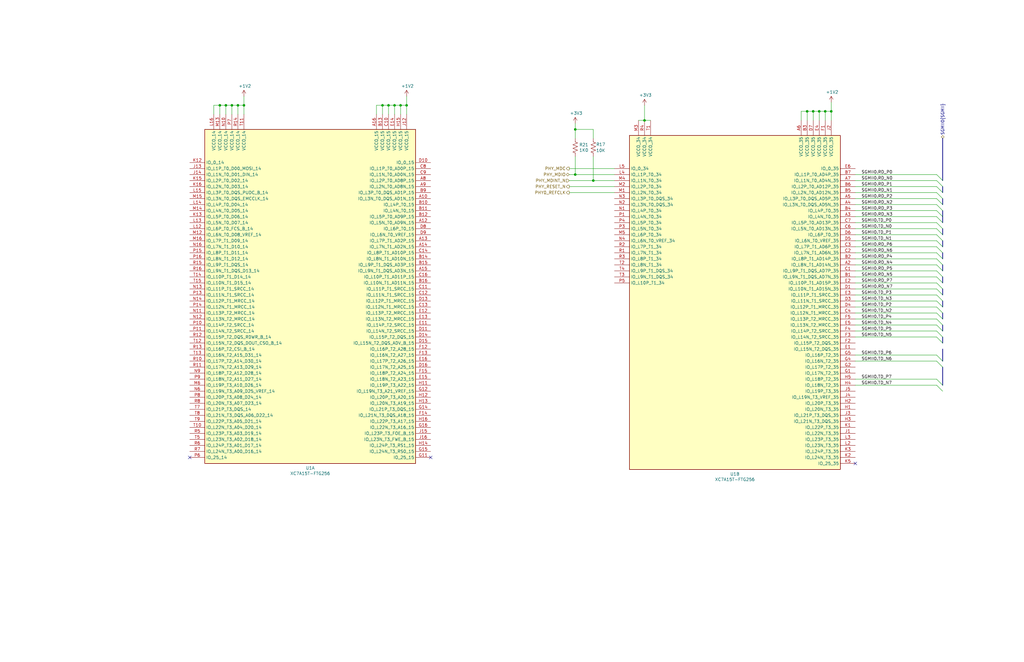
<source format=kicad_sch>
(kicad_sch (version 20200506) (host eeschema "5.99.0-unknown-26803f5~101~ubuntu20.04.1")
  (page "B")
  (lib_symbols
    (symbol "Device:R_US" (pin_numbers hide) (pin_names (offset 0))
      (property "Reference" "R" (at 2.54 0 90))
      (property "Value" "R_US" (at -2.54 0 90))
      (symbol "R_US_0_1"
        (polyline (pts (xy 0 -2.286) (xy 0 -2.54)))
        (polyline (pts (xy 0 2.286) (xy 0 2.54)))
        (polyline (pts (xy 0 -0.762) (xy 1.016 -1.143) (xy 0 -1.524) (xy -1.016 -1.905) (xy 0 -2.286)))
        (polyline (pts (xy 0 0.762) (xy 1.016 0.381) (xy 0 0) (xy -1.016 -0.381) (xy 0 -0.762)))
        (polyline (pts (xy 0 2.286) (xy 1.016 1.905) (xy 0 1.524) (xy -1.016 1.143) (xy 0 0.762)))
      )
      (symbol "R_US_1_1"
        (pin passive line (at 0 3.81 270) (length 1.27) (name "~") (number "1"))
        (pin passive line (at 0 -3.81 90) (length 1.27) (name "~") (number "2"))
      )
    )
    (symbol "FPGA_Xilinx_Artix7:XC7A15T-FTG256"
      (property "Reference" "U" (at 0 1.27 0))
      (property "Value" "XC7A15T-FTG256" (at 0 -1.27 0))
      (symbol "XC7A15T-FTG256_1_1"
        (rectangle (start -44.45 67.31) (end 44.45 -73.66) (stroke (width 0.254)) (fill (type background)))
        (pin power_in line (at -40.64 73.66 270) (length 6.35) (name "VCCO_14") (number "L16"))
        (pin power_in line (at -38.1 73.66 270) (length 6.35) (name "VCCO_14") (number "M13"))
        (pin power_in line (at -35.56 73.66 270) (length 6.35) (name "VCCO_14") (number "N10"))
        (pin power_in line (at -33.02 73.66 270) (length 6.35) (name "VCCO_14") (number "P7"))
        (pin power_in line (at -30.48 73.66 270) (length 6.35) (name "VCCO_14") (number "R14"))
        (pin power_in line (at -27.94 73.66 270) (length 6.35) (name "VCCO_14") (number "T11"))
        (pin bidirectional line (at -50.8 53.34 0) (length 6.35) (name "IO_0_14") (number "K12"))
        (pin bidirectional line (at -50.8 50.8 0) (length 6.35) (name "IO_L1P_T0_D00_MOSI_14") (number "J13"))
        (pin bidirectional line (at -50.8 48.26 0) (length 6.35) (name "IO_L1N_T0_D01_DIN_14") (number "J14"))
        (pin bidirectional line (at -50.8 45.72 0) (length 6.35) (name "IO_L2P_T0_D02_14") (number "K15"))
        (pin bidirectional line (at -50.8 43.18 0) (length 6.35) (name "IO_L2N_T0_D03_14") (number "K16"))
        (pin bidirectional line (at -50.8 40.64 0) (length 6.35) (name "IO_L3P_T0_DQS_PUDC_B_14") (number "L15"))
        (pin bidirectional line (at -50.8 38.1 0) (length 6.35) (name "IO_L3N_T0_DQS_EMCCLK_14") (number "M15"))
        (pin bidirectional line (at -50.8 35.56 0) (length 6.35) (name "IO_L4P_T0_D04_14") (number "L14"))
        (pin bidirectional line (at -50.8 33.02 0) (length 6.35) (name "IO_L4N_T0_D05_14") (number "M14"))
        (pin bidirectional line (at -50.8 30.48 0) (length 6.35) (name "IO_L5P_T0_D06_14") (number "K13"))
        (pin bidirectional line (at -50.8 27.94 0) (length 6.35) (name "IO_L5N_T0_D07_14") (number "L13"))
        (pin bidirectional line (at -50.8 25.4 0) (length 6.35) (name "IO_L6P_T0_FCS_B_14") (number "L12"))
        (pin bidirectional line (at -50.8 22.86 0) (length 6.35) (name "IO_L6N_T0_D08_VREF_14") (number "M12"))
        (pin bidirectional line (at -50.8 20.32 0) (length 6.35) (name "IO_L7P_T1_D09_14") (number "M16"))
        (pin bidirectional line (at -50.8 17.78 0) (length 6.35) (name "IO_L7N_T1_D10_14") (number "N16"))
        (pin bidirectional line (at -50.8 15.24 0) (length 6.35) (name "IO_L8P_T1_D11_14") (number "P15"))
        (pin bidirectional line (at -50.8 12.7 0) (length 6.35) (name "IO_L8N_T1_D12_14") (number "P16"))
        (pin bidirectional line (at -50.8 10.16 0) (length 6.35) (name "IO_L9P_T1_DQS_14") (number "R15"))
        (pin bidirectional line (at -50.8 7.62 0) (length 6.35) (name "IO_L9N_T1_DQS_D13_14") (number "R16"))
        (pin bidirectional line (at -50.8 5.08 0) (length 6.35) (name "IO_L10P_T1_D14_14") (number "T14"))
        (pin bidirectional line (at -50.8 2.54 0) (length 6.35) (name "IO_L10N_T1_D15_14") (number "T15"))
        (pin bidirectional line (at -50.8 0 0) (length 6.35) (name "IO_L11P_T1_SRCC_14") (number "N13"))
        (pin bidirectional line (at -50.8 -2.54 0) (length 6.35) (name "IO_L11N_T1_SRCC_14") (number "P13"))
        (pin bidirectional line (at -50.8 -5.08 0) (length 6.35) (name "IO_L12P_T1_MRCC_14") (number "N14"))
        (pin bidirectional line (at -50.8 -7.62 0) (length 6.35) (name "IO_L12N_T1_MRCC_14") (number "P14"))
        (pin bidirectional line (at -50.8 -10.16 0) (length 6.35) (name "IO_L13P_T2_MRCC_14") (number "N11"))
        (pin bidirectional line (at -50.8 -12.7 0) (length 6.35) (name "IO_L13N_T2_MRCC_14") (number "N12"))
        (pin bidirectional line (at -50.8 -15.24 0) (length 6.35) (name "IO_L14P_T2_SRCC_14") (number "P10"))
        (pin bidirectional line (at -50.8 -17.78 0) (length 6.35) (name "IO_L14N_T2_SRCC_14") (number "P11"))
        (pin bidirectional line (at -50.8 -20.32 0) (length 6.35) (name "IO_L15P_T2_DQS_RDWR_B_14") (number "R12"))
        (pin bidirectional line (at -50.8 -22.86 0) (length 6.35) (name "IO_L15N_T2_DQS_DOUT_CSO_B_14") (number "T12"))
        (pin bidirectional line (at -50.8 -25.4 0) (length 6.35) (name "IO_L16P_T2_CSI_B_14") (number "R13"))
        (pin bidirectional line (at -50.8 -27.94 0) (length 6.35) (name "IO_L16N_T2_A15_D31_14") (number "T13"))
        (pin bidirectional line (at -50.8 -30.48 0) (length 6.35) (name "IO_L17P_T2_A14_D30_14") (number "R10"))
        (pin bidirectional line (at -50.8 -33.02 0) (length 6.35) (name "IO_L17N_T2_A13_D29_14") (number "R11"))
        (pin bidirectional line (at -50.8 -35.56 0) (length 6.35) (name "IO_L18P_T2_A12_D28_14") (number "N9"))
        (pin bidirectional line (at -50.8 -38.1 0) (length 6.35) (name "IO_L18N_T2_A11_D27_14") (number "P9"))
        (pin bidirectional line (at -50.8 -40.64 0) (length 6.35) (name "IO_L19P_T3_A10_D26_14") (number "M6"))
        (pin bidirectional line (at -50.8 -43.18 0) (length 6.35) (name "IO_L19N_T3_A09_D25_VREF_14") (number "N6"))
        (pin bidirectional line (at -50.8 -45.72 0) (length 6.35) (name "IO_L20P_T3_A08_D24_14") (number "P8"))
        (pin bidirectional line (at -50.8 -48.26 0) (length 6.35) (name "IO_L20N_T3_A07_D23_14") (number "R8"))
        (pin bidirectional line (at -50.8 -50.8 0) (length 6.35) (name "IO_L21P_T3_DQS_14") (number "T7"))
        (pin bidirectional line (at -50.8 -53.34 0) (length 6.35) (name "IO_L21N_T3_DQS_A06_D22_14") (number "T8"))
        (pin bidirectional line (at -50.8 -55.88 0) (length 6.35) (name "IO_L22P_T3_A05_D21_14") (number "T9"))
        (pin bidirectional line (at -50.8 -58.42 0) (length 6.35) (name "IO_L22N_T3_A04_D20_14") (number "T10"))
        (pin bidirectional line (at -50.8 -60.96 0) (length 6.35) (name "IO_L23P_T3_A03_D19_14") (number "R5"))
        (pin bidirectional line (at -50.8 -63.5 0) (length 6.35) (name "IO_L23N_T3_A02_D18_14") (number "T5"))
        (pin bidirectional line (at -50.8 -66.04 0) (length 6.35) (name "IO_L24P_T3_A01_D17_14") (number "R6"))
        (pin bidirectional line (at -50.8 -68.58 0) (length 6.35) (name "IO_L24N_T3_A00_D16_14") (number "R7"))
        (pin bidirectional line (at -50.8 -71.12 0) (length 6.35) (name "IO_25_14") (number "P6"))
        (pin power_in line (at 27.94 73.66 270) (length 6.35) (name "VCCO_15") (number "A16"))
        (pin power_in line (at 30.48 73.66 270) (length 6.35) (name "VCCO_15") (number "B13"))
        (pin power_in line (at 33.02 73.66 270) (length 6.35) (name "VCCO_15") (number "C10"))
        (pin power_in line (at 35.56 73.66 270) (length 6.35) (name "VCCO_15") (number "E14"))
        (pin power_in line (at 38.1 73.66 270) (length 6.35) (name "VCCO_15") (number "H15"))
        (pin power_in line (at 40.64 73.66 270) (length 6.35) (name "VCCO_15") (number "J12"))
        (pin bidirectional line (at 50.8 53.34 180) (length 6.35) (name "IO_0_15") (number "D10"))
        (pin bidirectional line (at 50.8 50.8 180) (length 6.35) (name "IO_L1P_T0_AD0P_15") (number "C8"))
        (pin bidirectional line (at 50.8 48.26 180) (length 6.35) (name "IO_L1N_T0_AD0N_15") (number "C9"))
        (pin bidirectional line (at 50.8 45.72 180) (length 6.35) (name "IO_L2P_T0_AD8P_15") (number "A8"))
        (pin bidirectional line (at 50.8 43.18 180) (length 6.35) (name "IO_L2N_T0_AD8N_15") (number "A9"))
        (pin bidirectional line (at 50.8 40.64 180) (length 6.35) (name "IO_L3P_T0_DQS_AD1P_15") (number "B9"))
        (pin bidirectional line (at 50.8 38.1 180) (length 6.35) (name "IO_L3N_T0_DQS_AD1N_15") (number "A10"))
        (pin bidirectional line (at 50.8 35.56 180) (length 6.35) (name "IO_L4P_T0_15") (number "B10"))
        (pin bidirectional line (at 50.8 33.02 180) (length 6.35) (name "IO_L4N_T0_15") (number "B11"))
        (pin bidirectional line (at 50.8 30.48 180) (length 6.35) (name "IO_L5P_T0_AD9P_15") (number "B12"))
        (pin bidirectional line (at 50.8 27.94 180) (length 6.35) (name "IO_L5N_T0_AD9N_15") (number "A12"))
        (pin bidirectional line (at 50.8 25.4 180) (length 6.35) (name "IO_L6P_T0_15") (number "D8"))
        (pin bidirectional line (at 50.8 22.86 180) (length 6.35) (name "IO_L6N_T0_VREF_15") (number "D9"))
        (pin bidirectional line (at 50.8 20.32 180) (length 6.35) (name "IO_L7P_T1_AD2P_15") (number "A13"))
        (pin bidirectional line (at 50.8 17.78 180) (length 6.35) (name "IO_L7N_T1_AD2N_15") (number "A14"))
        (pin bidirectional line (at 50.8 15.24 180) (length 6.35) (name "IO_L8P_T1_AD10P_15") (number "C14"))
        (pin bidirectional line (at 50.8 12.7 180) (length 6.35) (name "IO_L8N_T1_AD10N_15") (number "B14"))
        (pin bidirectional line (at 50.8 10.16 180) (length 6.35) (name "IO_L9P_T1_DQS_AD3P_15") (number "B15"))
        (pin bidirectional line (at 50.8 7.62 180) (length 6.35) (name "IO_L9N_T1_DQS_AD3N_15") (number "A15"))
        (pin bidirectional line (at 50.8 5.08 180) (length 6.35) (name "IO_L10P_T1_AD11P_15") (number "C16"))
        (pin bidirectional line (at 50.8 2.54 180) (length 6.35) (name "IO_L10N_T1_AD11N_15") (number "B16"))
        (pin bidirectional line (at 50.8 0 180) (length 6.35) (name "IO_L11P_T1_SRCC_15") (number "C11"))
        (pin bidirectional line (at 50.8 -2.54 180) (length 6.35) (name "IO_L11N_T1_SRCC_15") (number "C12"))
        (pin bidirectional line (at 50.8 -5.08 180) (length 6.35) (name "IO_L12P_T1_MRCC_15") (number "D13"))
        (pin bidirectional line (at 50.8 -7.62 180) (length 6.35) (name "IO_L12N_T1_MRCC_15") (number "C13"))
        (pin bidirectional line (at 50.8 -10.16 180) (length 6.35) (name "IO_L13P_T2_MRCC_15") (number "E12"))
        (pin bidirectional line (at 50.8 -12.7 180) (length 6.35) (name "IO_L13N_T2_MRCC_15") (number "E13"))
        (pin bidirectional line (at 50.8 -15.24 180) (length 6.35) (name "IO_L14P_T2_SRCC_15") (number "E11"))
        (pin bidirectional line (at 50.8 -17.78 180) (length 6.35) (name "IO_L14N_T2_SRCC_15") (number "D11"))
        (pin bidirectional line (at 50.8 -20.32 180) (length 6.35) (name "IO_L15P_T2_DQS_15") (number "D14"))
        (pin bidirectional line (at 50.8 -22.86 180) (length 6.35) (name "IO_L15N_T2_DQS_ADV_B_15") (number "D15"))
        (pin bidirectional line (at 50.8 -25.4 180) (length 6.35) (name "IO_L16P_T2_A28_15") (number "F12"))
        (pin bidirectional line (at 50.8 -27.94 180) (length 6.35) (name "IO_L16N_T2_A27_15") (number "F13"))
        (pin bidirectional line (at 50.8 -30.48 180) (length 6.35) (name "IO_L17P_T2_A26_15") (number "E16"))
        (pin bidirectional line (at 50.8 -33.02 180) (length 6.35) (name "IO_L17N_T2_A25_15") (number "D16"))
        (pin bidirectional line (at 50.8 -35.56 180) (length 6.35) (name "IO_L18P_T2_A24_15") (number "F15"))
        (pin bidirectional line (at 50.8 -38.1 180) (length 6.35) (name "IO_L18N_T2_A23_15") (number "E15"))
        (pin bidirectional line (at 50.8 -40.64 180) (length 6.35) (name "IO_L19P_T3_A22_15") (number "H11"))
        (pin bidirectional line (at 50.8 -43.18 180) (length 6.35) (name "IO_L19N_T3_A21_VREF_15") (number "G12"))
        (pin bidirectional line (at 50.8 -45.72 180) (length 6.35) (name "IO_L20P_T3_A20_15") (number "H12"))
        (pin bidirectional line (at 50.8 -48.26 180) (length 6.35) (name "IO_L20N_T3_A19_15") (number "H13"))
        (pin bidirectional line (at 50.8 -50.8 180) (length 6.35) (name "IO_L21P_T3_DQS_15") (number "G14"))
        (pin bidirectional line (at 50.8 -53.34 180) (length 6.35) (name "IO_L21N_T3_DQS_A18_15") (number "F14"))
        (pin bidirectional line (at 50.8 -55.88 180) (length 6.35) (name "IO_L22P_T3_A17_15") (number "H16"))
        (pin bidirectional line (at 50.8 -58.42 180) (length 6.35) (name "IO_L22N_T3_A16_15") (number "G16"))
        (pin bidirectional line (at 50.8 -60.96 180) (length 6.35) (name "IO_L23P_T3_FOE_B_15") (number "J15"))
        (pin bidirectional line (at 50.8 -63.5 180) (length 6.35) (name "IO_L23N_T3_FWE_B_15") (number "J16"))
        (pin bidirectional line (at 50.8 -66.04 180) (length 6.35) (name "IO_L24P_T3_RS1_15") (number "H14"))
        (pin bidirectional line (at 50.8 -68.58 180) (length 6.35) (name "IO_L24N_T3_RS0_15") (number "G15"))
        (pin bidirectional line (at 50.8 -71.12 180) (length 6.35) (name "IO_25_15") (number "G11"))
      )
      (symbol "XC7A15T-FTG256_2_1"
        (rectangle (start -44.45 67.31) (end 44.45 -73.66) (stroke (width 0.254)) (fill (type background)))
        (pin power_in line (at -40.64 73.66 270) (length 6.35) (name "VCCO_34") (number "M3"))
        (pin power_in line (at -38.1 73.66 270) (length 6.35) (name "VCCO_34") (number "R4"))
        (pin power_in line (at -35.56 73.66 270) (length 6.35) (name "VCCO_34") (number "T1"))
        (pin bidirectional line (at -50.8 53.34 0) (length 6.35) (name "IO_0_34") (number "L5"))
        (pin bidirectional line (at -50.8 50.8 0) (length 6.35) (name "IO_L1P_T0_34") (number "L4"))
        (pin bidirectional line (at -50.8 48.26 0) (length 6.35) (name "IO_L1N_T0_34") (number "M4"))
        (pin bidirectional line (at -50.8 45.72 0) (length 6.35) (name "IO_L2P_T0_34") (number "M2"))
        (pin bidirectional line (at -50.8 43.18 0) (length 6.35) (name "IO_L2N_T0_34") (number "M1"))
        (pin bidirectional line (at -50.8 40.64 0) (length 6.35) (name "IO_L3P_T0_DQS_34") (number "N3"))
        (pin bidirectional line (at -50.8 38.1 0) (length 6.35) (name "IO_L3N_T0_DQS_34") (number "N2"))
        (pin bidirectional line (at -50.8 35.56 0) (length 6.35) (name "IO_L4P_T0_34") (number "N1"))
        (pin bidirectional line (at -50.8 33.02 0) (length 6.35) (name "IO_L4N_T0_34") (number "P1"))
        (pin bidirectional line (at -50.8 30.48 0) (length 6.35) (name "IO_L5P_T0_34") (number "P4"))
        (pin bidirectional line (at -50.8 27.94 0) (length 6.35) (name "IO_L5N_T0_34") (number "P3"))
        (pin bidirectional line (at -50.8 25.4 0) (length 6.35) (name "IO_L6P_T0_34") (number "M5"))
        (pin bidirectional line (at -50.8 22.86 0) (length 6.35) (name "IO_L6N_T0_VREF_34") (number "N4"))
        (pin bidirectional line (at -50.8 20.32 0) (length 6.35) (name "IO_L7P_T1_34") (number "R2"))
        (pin bidirectional line (at -50.8 17.78 0) (length 6.35) (name "IO_L7N_T1_34") (number "R1"))
        (pin bidirectional line (at -50.8 15.24 0) (length 6.35) (name "IO_L8P_T1_34") (number "R3"))
        (pin bidirectional line (at -50.8 12.7 0) (length 6.35) (name "IO_L8N_T1_34") (number "T2"))
        (pin bidirectional line (at -50.8 10.16 0) (length 6.35) (name "IO_L9P_T1_DQS_34") (number "T4"))
        (pin bidirectional line (at -50.8 7.62 0) (length 6.35) (name "IO_L9N_T1_DQS_34") (number "T3"))
        (pin bidirectional line (at -50.8 5.08 0) (length 6.35) (name "IO_L10P_T1_34") (number "P5"))
        (pin power_in line (at 27.94 73.66 270) (length 6.35) (name "VCCO_35") (number "A6"))
        (pin power_in line (at 30.48 73.66 270) (length 6.35) (name "VCCO_35") (number "B3"))
        (pin power_in line (at 33.02 73.66 270) (length 6.35) (name "VCCO_35") (number "D7"))
        (pin power_in line (at 35.56 73.66 270) (length 6.35) (name "VCCO_35") (number "E4"))
        (pin power_in line (at 38.1 73.66 270) (length 6.35) (name "VCCO_35") (number "F1"))
        (pin power_in line (at 40.64 73.66 270) (length 6.35) (name "VCCO_35") (number "J2"))
        (pin bidirectional line (at 50.8 53.34 180) (length 6.35) (name "IO_0_35") (number "E6"))
        (pin bidirectional line (at 50.8 50.8 180) (length 6.35) (name "IO_L1P_T0_AD4P_35") (number "B7"))
        (pin bidirectional line (at 50.8 48.26 180) (length 6.35) (name "IO_L1N_T0_AD4N_35") (number "A7"))
        (pin bidirectional line (at 50.8 45.72 180) (length 6.35) (name "IO_L2P_T0_AD12P_35") (number "B6"))
        (pin bidirectional line (at 50.8 43.18 180) (length 6.35) (name "IO_L2N_T0_AD12N_35") (number "B5"))
        (pin bidirectional line (at 50.8 40.64 180) (length 6.35) (name "IO_L3P_T0_DQS_AD5P_35") (number "A5"))
        (pin bidirectional line (at 50.8 38.1 180) (length 6.35) (name "IO_L3N_T0_DQS_AD5N_35") (number "A4"))
        (pin bidirectional line (at 50.8 35.56 180) (length 6.35) (name "IO_L4P_T0_35") (number "B4"))
        (pin bidirectional line (at 50.8 33.02 180) (length 6.35) (name "IO_L4N_T0_35") (number "A3"))
        (pin bidirectional line (at 50.8 30.48 180) (length 6.35) (name "IO_L5P_T0_AD13P_35") (number "C7"))
        (pin bidirectional line (at 50.8 27.94 180) (length 6.35) (name "IO_L5N_T0_AD13N_35") (number "C6"))
        (pin bidirectional line (at 50.8 25.4 180) (length 6.35) (name "IO_L6P_T0_35") (number "D6"))
        (pin bidirectional line (at 50.8 22.86 180) (length 6.35) (name "IO_L6N_T0_VREF_35") (number "D5"))
        (pin bidirectional line (at 50.8 20.32 180) (length 6.35) (name "IO_L7P_T1_AD6P_35") (number "C3"))
        (pin bidirectional line (at 50.8 17.78 180) (length 6.35) (name "IO_L7N_T1_AD6N_35") (number "C2"))
        (pin bidirectional line (at 50.8 15.24 180) (length 6.35) (name "IO_L8P_T1_AD14P_35") (number "B2"))
        (pin bidirectional line (at 50.8 12.7 180) (length 6.35) (name "IO_L8N_T1_AD14N_35") (number "A2"))
        (pin bidirectional line (at 50.8 10.16 180) (length 6.35) (name "IO_L9P_T1_DQS_AD7P_35") (number "C1"))
        (pin bidirectional line (at 50.8 7.62 180) (length 6.35) (name "IO_L9N_T1_DQS_AD7N_35") (number "B1"))
        (pin bidirectional line (at 50.8 5.08 180) (length 6.35) (name "IO_L10P_T1_AD15P_35") (number "E2"))
        (pin bidirectional line (at 50.8 2.54 180) (length 6.35) (name "IO_L10N_T1_AD15N_35") (number "D1"))
        (pin bidirectional line (at 50.8 0 180) (length 6.35) (name "IO_L11P_T1_SRCC_35") (number "E3"))
        (pin bidirectional line (at 50.8 -2.54 180) (length 6.35) (name "IO_L11N_T1_SRCC_35") (number "D3"))
        (pin bidirectional line (at 50.8 -5.08 180) (length 6.35) (name "IO_L12P_T1_MRCC_35") (number "D4"))
        (pin bidirectional line (at 50.8 -7.62 180) (length 6.35) (name "IO_L12N_T1_MRCC_35") (number "C4"))
        (pin bidirectional line (at 50.8 -10.16 180) (length 6.35) (name "IO_L13P_T2_MRCC_35") (number "F5"))
        (pin bidirectional line (at 50.8 -12.7 180) (length 6.35) (name "IO_L13N_T2_MRCC_35") (number "E5"))
        (pin bidirectional line (at 50.8 -15.24 180) (length 6.35) (name "IO_L14P_T2_SRCC_35") (number "F4"))
        (pin bidirectional line (at 50.8 -17.78 180) (length 6.35) (name "IO_L14N_T2_SRCC_35") (number "F3"))
        (pin bidirectional line (at 50.8 -20.32 180) (length 6.35) (name "IO_L15P_T2_DQS_35") (number "F2"))
        (pin bidirectional line (at 50.8 -22.86 180) (length 6.35) (name "IO_L15N_T2_DQS_35") (number "E1"))
        (pin bidirectional line (at 50.8 -25.4 180) (length 6.35) (name "IO_L16P_T2_35") (number "G5"))
        (pin bidirectional line (at 50.8 -27.94 180) (length 6.35) (name "IO_L16N_T2_35") (number "G4"))
        (pin bidirectional line (at 50.8 -30.48 180) (length 6.35) (name "IO_L17P_T2_35") (number "G2"))
        (pin bidirectional line (at 50.8 -33.02 180) (length 6.35) (name "IO_L17N_T2_35") (number "G1"))
        (pin bidirectional line (at 50.8 -35.56 180) (length 6.35) (name "IO_L18P_T2_35") (number "H5"))
        (pin bidirectional line (at 50.8 -38.1 180) (length 6.35) (name "IO_L18N_T2_35") (number "H4"))
        (pin bidirectional line (at 50.8 -40.64 180) (length 6.35) (name "IO_L19P_T3_35") (number "J5"))
        (pin bidirectional line (at 50.8 -43.18 180) (length 6.35) (name "IO_L19N_T3_VREF_35") (number "J4"))
        (pin bidirectional line (at 50.8 -45.72 180) (length 6.35) (name "IO_L20P_T3_35") (number "H2"))
        (pin bidirectional line (at 50.8 -48.26 180) (length 6.35) (name "IO_L20N_T3_35") (number "H1"))
        (pin bidirectional line (at 50.8 -50.8 180) (length 6.35) (name "IO_L21P_T3_DQS_35") (number "J3"))
        (pin bidirectional line (at 50.8 -53.34 180) (length 6.35) (name "IO_L21N_T3_DQS_35") (number "H3"))
        (pin bidirectional line (at 50.8 -55.88 180) (length 6.35) (name "IO_L22P_T3_35") (number "K1"))
        (pin bidirectional line (at 50.8 -58.42 180) (length 6.35) (name "IO_L22N_T3_35") (number "J1"))
        (pin bidirectional line (at 50.8 -60.96 180) (length 6.35) (name "IO_L23P_T3_35") (number "L3"))
        (pin bidirectional line (at 50.8 -63.5 180) (length 6.35) (name "IO_L23N_T3_35") (number "L2"))
        (pin bidirectional line (at 50.8 -66.04 180) (length 6.35) (name "IO_L24P_T3_35") (number "K3"))
        (pin bidirectional line (at 50.8 -68.58 180) (length 6.35) (name "IO_L24N_T3_35") (number "K2"))
        (pin bidirectional line (at 50.8 -71.12 180) (length 6.35) (name "IO_25_35") (number "K5"))
      )
      (symbol "XC7A15T-FTG256_3_1"
        (rectangle (start -31.75 34.29) (end 31.75 -40.64) (stroke (width 0.254)) (fill (type background)))
        (pin power_in line (at 27.94 40.64 270) (length 6.35) (name "VCCO_0") (number "L6"))
        (pin bidirectional line (at 38.1 20.32 180) (length 6.35) (name "TDI_0") (number "N7"))
        (pin bidirectional line (at 38.1 17.78 180) (length 6.35) (name "TDO_0") (number "N8"))
        (pin bidirectional line (at 38.1 15.24 180) (length 6.35) (name "TMS_0") (number "M7"))
        (pin bidirectional line (at 38.1 12.7 180) (length 6.35) (name "TCK_0") (number "L7"))
        (pin bidirectional line (at 38.1 7.62 180) (length 6.35) (name "CCLK_0") (number "E8"))
        (pin bidirectional line (at 38.1 5.08 180) (length 6.35) (name "M0_0") (number "M9"))
        (pin bidirectional line (at 38.1 2.54 180) (length 6.35) (name "M1_0") (number "M10"))
        (pin bidirectional line (at 38.1 0 180) (length 6.35) (name "M2_0") (number "M11"))
        (pin bidirectional line (at 38.1 -5.08 180) (length 6.35) (name "DONE_0") (number "H10"))
        (pin bidirectional line (at 38.1 -7.62 180) (length 6.35) (name "INIT_B_0") (number "K10"))
        (pin bidirectional line (at 38.1 -10.16 180) (length 6.35) (name "PROGRAM_B_0") (number "L9"))
        (pin bidirectional line (at 38.1 -15.24 180) (length 6.35) (name "CFGBVS_0") (number "E7"))
        (pin bidirectional line (at 38.1 -20.32 180) (length 6.35) (name "VP_0") (number "H8"))
        (pin bidirectional line (at 38.1 -22.86 180) (length 6.35) (name "VN_0") (number "J7"))
        (pin bidirectional line (at 38.1 -27.94 180) (length 6.35) (name "VREFP_0") (number "J8"))
        (pin bidirectional line (at 38.1 -30.48 180) (length 6.35) (name "VREFN_0") (number "H7"))
        (pin bidirectional line (at 38.1 -35.56 180) (length 6.35) (name "DXP_0") (number "K8"))
        (pin bidirectional line (at 38.1 -38.1 180) (length 6.35) (name "DXN_0") (number "K7"))
      )
      (symbol "XC7A15T-FTG256_4_1"
        (rectangle (start -19.05 35.56) (end 19.05 -35.56) (stroke (width 0.254)) (fill (type background)))
        (pin power_in line (at -25.4 33.02 0) (length 6.35) (name "VCCAUX") (number "G10"))
        (pin power_in line (at -25.4 30.48 0) (length 6.35) (name "VCCAUX") (number "J10"))
        (pin power_in line (at -25.4 27.94 0) (length 6.35) (name "VCCAUX") (number "K11"))
        (pin power_in line (at -25.4 25.4 0) (length 6.35) (name "VCCAUX") (number "L10"))
        (pin power_in line (at -25.4 20.32 0) (length 6.35) (name "GNDADC_0") (number "G7"))
        (pin power_in line (at -25.4 17.78 0) (length 6.35) (name "VCCADC_0") (number "G8"))
        (pin power_in line (at -25.4 15.24 0) (length 6.35) (name "VCCBATT_0") (number "F8"))
        (pin power_in line (at -25.4 12.7 0) (length 6.35) (name "VCCBRAM") (number "E10"))
        (pin power_in line (at -25.4 10.16 0) (length 6.35) (name "VCCBRAM") (number "F11"))
        (pin power_in line (at -25.4 2.54 0) (length 6.35) (name "GND") (number "A1"))
        (pin power_in line (at -25.4 0 0) (length 6.35) (name "GND") (number "A11"))
        (pin power_in line (at -25.4 -2.54 0) (length 6.35) (name "GND") (number "B8"))
        (pin power_in line (at -25.4 -5.08 0) (length 6.35) (name "GND") (number "C5"))
        (pin power_in line (at -25.4 -7.62 0) (length 6.35) (name "GND") (number "C15"))
        (pin power_in line (at -25.4 -10.16 0) (length 6.35) (name "GND") (number "D2"))
        (pin power_in line (at -25.4 -12.7 0) (length 6.35) (name "GND") (number "D12"))
        (pin power_in line (at -25.4 -15.24 0) (length 6.35) (name "GND") (number "E9"))
        (pin power_in line (at -25.4 -17.78 0) (length 6.35) (name "GND") (number "F6"))
        (pin power_in line (at -25.4 -20.32 0) (length 6.35) (name "GND") (number "F10"))
        (pin power_in line (at -25.4 -22.86 0) (length 6.35) (name "GND") (number "F16"))
        (pin power_in line (at -25.4 -25.4 0) (length 6.35) (name "GND") (number "G3"))
        (pin power_in line (at -25.4 -27.94 0) (length 6.35) (name "GND") (number "G9"))
        (pin power_in line (at -25.4 -30.48 0) (length 6.35) (name "GND") (number "G13"))
        (pin power_in line (at -25.4 -33.02 0) (length 6.35) (name "GND") (number "H6"))
        (pin power_in line (at 25.4 33.02 180) (length 6.35) (name "VCCINT") (number "F7"))
        (pin power_in line (at 25.4 30.48 180) (length 6.35) (name "VCCINT") (number "F9"))
        (pin power_in line (at 25.4 27.94 180) (length 6.35) (name "VCCINT") (number "G6"))
        (pin power_in line (at 25.4 25.4 180) (length 6.35) (name "VCCINT") (number "H9"))
        (pin power_in line (at 25.4 22.86 180) (length 6.35) (name "VCCINT") (number "J6"))
        (pin power_in line (at 25.4 20.32 180) (length 6.35) (name "VCCINT") (number "K9"))
        (pin power_in line (at 25.4 17.78 180) (length 6.35) (name "VCCINT") (number "L8"))
        (pin power_in line (at 25.4 2.54 180) (length 6.35) (name "GND") (number "J9"))
        (pin power_in line (at 25.4 0 180) (length 6.35) (name "GND") (number "J11"))
        (pin power_in line (at 25.4 -2.54 180) (length 6.35) (name "GND") (number "K4"))
        (pin power_in line (at 25.4 -5.08 180) (length 6.35) (name "GND") (number "K6"))
        (pin power_in line (at 25.4 -7.62 180) (length 6.35) (name "GND") (number "K14"))
        (pin power_in line (at 25.4 -10.16 180) (length 6.35) (name "GND") (number "L1"))
        (pin power_in line (at 25.4 -12.7 180) (length 6.35) (name "GND") (number "L11"))
        (pin power_in line (at 25.4 -15.24 180) (length 6.35) (name "GND") (number "M8"))
        (pin power_in line (at 25.4 -17.78 180) (length 6.35) (name "GND") (number "N5"))
        (pin power_in line (at 25.4 -20.32 180) (length 6.35) (name "GND") (number "N15"))
        (pin power_in line (at 25.4 -22.86 180) (length 6.35) (name "GND") (number "P2"))
        (pin power_in line (at 25.4 -25.4 180) (length 6.35) (name "GND") (number "P12"))
        (pin power_in line (at 25.4 -27.94 180) (length 6.35) (name "GND") (number "R9"))
        (pin power_in line (at 25.4 -30.48 180) (length 6.35) (name "GND") (number "T6"))
        (pin power_in line (at 25.4 -33.02 180) (length 6.35) (name "GND") (number "T16"))
      )
    )
    (symbol "power:+1V2" (power) (pin_names (offset 0))
      (property "Value" "+1V2" (at 0 3.556 0))
      (symbol "+1V2_0_1"
        (polyline (pts (xy -0.762 1.27) (xy 0 2.54)))
        (polyline (pts (xy 0 0) (xy 0 2.54)))
        (polyline (pts (xy 0 2.54) (xy 0.762 1.27)))
      )
      (symbol "+1V2_1_1"
        (pin power_in line (at 0 0 90) (length 0) (name "+1V2") (number "1") hide)
      )
    )
    (symbol "power:+3V3" (power) (pin_names (offset 0))
      (property "Value" "+3V3" (at 0 3.556 0))
      (symbol "+3V3_0_1"
        (polyline (pts (xy -0.762 1.27) (xy 0 2.54)))
        (polyline (pts (xy 0 0) (xy 0 2.54)))
        (polyline (pts (xy 0 2.54) (xy 0.762 1.27)))
      )
      (symbol "+3V3_1_1"
        (pin power_in line (at 0 0 90) (length 0) (name "+3V3") (number "1") hide)
      )
    )
  )
  (bus_alias "MAC1_SGMII" (members))
  (junction (at 242.57 54.61))
  (junction (at 168.91 44.45))
  (junction (at 92.71 44.45))
  (junction (at 342.9 46.99))
  (junction (at 345.44 46.99))
  (junction (at 242.57 73.66))
  (junction (at 97.79 44.45))
  (junction (at 102.87 44.45))
  (junction (at 95.25 44.45))
  (junction (at 171.45 44.45))
  (junction (at 350.52 46.99))
  (junction (at 161.29 44.45))
  (junction (at 250.19 76.2))
  (junction (at 347.98 46.99))
  (junction (at 271.78 50.8))
  (junction (at 166.37 44.45))
  (junction (at 100.33 44.45))
  (junction (at 163.83 44.45))
  (junction (at 340.36 46.99))
  (no_connect (at 80.01 193.04))
  (no_connect (at 181.61 193.04))
  (no_connect (at 360.68 195.58))
  (bus_entry (at 394.97 73.66) (size 2.54 2.54))
  (bus_entry (at 394.97 76.2) (size 2.54 2.54))
  (bus_entry (at 394.97 78.74) (size 2.54 2.54))
  (bus_entry (at 394.97 81.28) (size 2.54 2.54))
  (bus_entry (at 394.97 83.82) (size 2.54 2.54))
  (bus_entry (at 394.97 86.36) (size 2.54 2.54))
  (bus_entry (at 394.97 88.9) (size 2.54 2.54))
  (bus_entry (at 394.97 91.44) (size 2.54 2.54))
  (bus_entry (at 394.97 93.98) (size 2.54 2.54))
  (bus_entry (at 394.97 96.52) (size 2.54 2.54))
  (bus_entry (at 394.97 99.06) (size 2.54 2.54))
  (bus_entry (at 394.97 101.6) (size 2.54 2.54))
  (bus_entry (at 394.97 104.14) (size 2.54 2.54))
  (bus_entry (at 394.97 106.68) (size 2.54 2.54))
  (bus_entry (at 394.97 109.22) (size 2.54 2.54))
  (bus_entry (at 394.97 111.76) (size 2.54 2.54))
  (bus_entry (at 394.97 114.3) (size 2.54 2.54))
  (bus_entry (at 394.97 116.84) (size 2.54 2.54))
  (bus_entry (at 394.97 119.38) (size 2.54 2.54))
  (bus_entry (at 394.97 121.92) (size 2.54 2.54))
  (bus_entry (at 394.97 124.46) (size 2.54 2.54))
  (bus_entry (at 394.97 127) (size 2.54 2.54))
  (bus_entry (at 394.97 129.54) (size 2.54 2.54))
  (bus_entry (at 394.97 132.08) (size 2.54 2.54))
  (bus_entry (at 394.97 134.62) (size 2.54 2.54))
  (bus_entry (at 394.97 137.16) (size 2.54 2.54))
  (bus_entry (at 394.97 139.7) (size 2.54 2.54))
  (bus_entry (at 394.97 142.24) (size 2.54 2.54))
  (bus_entry (at 394.97 149.86) (size 2.54 2.54))
  (bus_entry (at 394.97 152.4) (size 2.54 2.54))
  (bus_entry (at 394.97 160.02) (size 2.54 2.54))
  (bus_entry (at 394.97 162.56) (size 2.54 2.54))
  (wire (pts (xy 90.17 44.45) (xy 90.17 48.26)))
  (wire (pts (xy 90.17 44.45) (xy 92.71 44.45)))
  (wire (pts (xy 92.71 44.45) (xy 95.25 44.45)))
  (wire (pts (xy 92.71 48.26) (xy 92.71 44.45)))
  (wire (pts (xy 95.25 44.45) (xy 95.25 48.26)))
  (wire (pts (xy 95.25 44.45) (xy 97.79 44.45)))
  (wire (pts (xy 97.79 44.45) (xy 97.79 48.26)))
  (wire (pts (xy 97.79 44.45) (xy 100.33 44.45)))
  (wire (pts (xy 100.33 44.45) (xy 100.33 48.26)))
  (wire (pts (xy 100.33 44.45) (xy 102.87 44.45)))
  (wire (pts (xy 102.87 40.64) (xy 102.87 44.45)))
  (wire (pts (xy 102.87 44.45) (xy 102.87 48.26)))
  (wire (pts (xy 158.75 44.45) (xy 158.75 48.26)))
  (wire (pts (xy 158.75 44.45) (xy 161.29 44.45)))
  (wire (pts (xy 161.29 44.45) (xy 163.83 44.45)))
  (wire (pts (xy 161.29 48.26) (xy 161.29 44.45)))
  (wire (pts (xy 163.83 44.45) (xy 163.83 48.26)))
  (wire (pts (xy 163.83 44.45) (xy 166.37 44.45)))
  (wire (pts (xy 166.37 44.45) (xy 166.37 48.26)))
  (wire (pts (xy 166.37 44.45) (xy 168.91 44.45)))
  (wire (pts (xy 168.91 44.45) (xy 168.91 48.26)))
  (wire (pts (xy 168.91 44.45) (xy 171.45 44.45)))
  (wire (pts (xy 171.45 40.64) (xy 171.45 44.45)))
  (wire (pts (xy 171.45 44.45) (xy 171.45 48.26)))
  (wire (pts (xy 240.03 71.12) (xy 259.08 71.12)))
  (wire (pts (xy 240.03 73.66) (xy 242.57 73.66)))
  (wire (pts (xy 240.03 76.2) (xy 250.19 76.2)))
  (wire (pts (xy 240.03 78.74) (xy 259.08 78.74)))
  (wire (pts (xy 240.03 81.28) (xy 259.08 81.28)))
  (wire (pts (xy 242.57 52.07) (xy 242.57 54.61)))
  (wire (pts (xy 242.57 54.61) (xy 242.57 58.42)))
  (wire (pts (xy 242.57 54.61) (xy 250.19 54.61)))
  (wire (pts (xy 242.57 66.04) (xy 242.57 73.66)))
  (wire (pts (xy 242.57 73.66) (xy 259.08 73.66)))
  (wire (pts (xy 250.19 54.61) (xy 250.19 58.42)))
  (wire (pts (xy 250.19 66.04) (xy 250.19 76.2)))
  (wire (pts (xy 250.19 76.2) (xy 259.08 76.2)))
  (wire (pts (xy 269.24 50.8) (xy 271.78 50.8)))
  (wire (pts (xy 271.78 44.45) (xy 271.78 50.8)))
  (wire (pts (xy 271.78 50.8) (xy 274.32 50.8)))
  (wire (pts (xy 337.82 46.99) (xy 337.82 50.8)))
  (wire (pts (xy 337.82 46.99) (xy 340.36 46.99)))
  (wire (pts (xy 340.36 46.99) (xy 342.9 46.99)))
  (wire (pts (xy 340.36 50.8) (xy 340.36 46.99)))
  (wire (pts (xy 342.9 46.99) (xy 342.9 50.8)))
  (wire (pts (xy 342.9 46.99) (xy 345.44 46.99)))
  (wire (pts (xy 345.44 46.99) (xy 345.44 50.8)))
  (wire (pts (xy 345.44 46.99) (xy 347.98 46.99)))
  (wire (pts (xy 347.98 46.99) (xy 347.98 50.8)))
  (wire (pts (xy 347.98 46.99) (xy 350.52 46.99)))
  (wire (pts (xy 350.52 43.18) (xy 350.52 46.99)))
  (wire (pts (xy 350.52 46.99) (xy 350.52 50.8)))
  (wire (pts (xy 360.68 73.66) (xy 394.97 73.66)))
  (wire (pts (xy 360.68 76.2) (xy 394.97 76.2)))
  (wire (pts (xy 360.68 78.74) (xy 394.97 78.74)))
  (wire (pts (xy 360.68 81.28) (xy 394.97 81.28)))
  (wire (pts (xy 360.68 83.82) (xy 394.97 83.82)))
  (wire (pts (xy 360.68 86.36) (xy 394.97 86.36)))
  (wire (pts (xy 360.68 88.9) (xy 394.97 88.9)))
  (wire (pts (xy 360.68 91.44) (xy 394.97 91.44)))
  (wire (pts (xy 360.68 93.98) (xy 394.97 93.98)))
  (wire (pts (xy 360.68 96.52) (xy 394.97 96.52)))
  (wire (pts (xy 360.68 99.06) (xy 394.97 99.06)))
  (wire (pts (xy 360.68 101.6) (xy 394.97 101.6)))
  (wire (pts (xy 360.68 104.14) (xy 394.97 104.14)))
  (wire (pts (xy 360.68 106.68) (xy 394.97 106.68)))
  (wire (pts (xy 360.68 109.22) (xy 394.97 109.22)))
  (wire (pts (xy 360.68 111.76) (xy 394.97 111.76)))
  (wire (pts (xy 360.68 114.3) (xy 394.97 114.3)))
  (wire (pts (xy 360.68 116.84) (xy 394.97 116.84)))
  (wire (pts (xy 360.68 119.38) (xy 394.97 119.38)))
  (wire (pts (xy 360.68 121.92) (xy 394.97 121.92)))
  (wire (pts (xy 360.68 124.46) (xy 394.97 124.46)))
  (wire (pts (xy 360.68 127) (xy 394.97 127)))
  (wire (pts (xy 360.68 129.54) (xy 394.97 129.54)))
  (wire (pts (xy 360.68 132.08) (xy 394.97 132.08)))
  (wire (pts (xy 360.68 134.62) (xy 394.97 134.62)))
  (wire (pts (xy 360.68 137.16) (xy 394.97 137.16)))
  (wire (pts (xy 360.68 139.7) (xy 394.97 139.7)))
  (wire (pts (xy 360.68 142.24) (xy 394.97 142.24)))
  (wire (pts (xy 360.68 149.86) (xy 394.97 149.86)))
  (wire (pts (xy 360.68 152.4) (xy 394.97 152.4)))
  (wire (pts (xy 360.68 160.02) (xy 394.97 160.02)))
  (wire (pts (xy 360.68 162.56) (xy 394.97 162.56)))
  (bus (pts (xy 397.51 58.42) (xy 397.51 78.74)))
  (bus (pts (xy 397.51 78.74) (xy 397.51 83.82)))
  (bus (pts (xy 397.51 83.82) (xy 397.51 88.9)))
  (bus (pts (xy 397.51 88.9) (xy 397.51 91.44)))
  (bus (pts (xy 397.51 91.44) (xy 397.51 96.52)))
  (bus (pts (xy 397.51 96.52) (xy 397.51 101.6)))
  (bus (pts (xy 397.51 101.6) (xy 397.51 106.68)))
  (bus (pts (xy 397.51 106.68) (xy 397.51 111.76)))
  (bus (pts (xy 397.51 111.76) (xy 397.51 116.84)))
  (bus (pts (xy 397.51 116.84) (xy 397.51 121.92)))
  (bus (pts (xy 397.51 121.92) (xy 397.51 127)))
  (bus (pts (xy 397.51 127) (xy 397.51 132.08)))
  (bus (pts (xy 397.51 132.08) (xy 397.51 137.16)))
  (bus (pts (xy 397.51 137.16) (xy 397.51 142.24)))
  (bus (pts (xy 397.51 142.24) (xy 397.51 147.32)))
  (bus (pts (xy 397.51 147.32) (xy 397.51 154.94)))
  (bus (pts (xy 397.51 154.94) (xy 397.51 165.1)))
  (label "SGMII0.RD_P0" (at 363.22 73.66 0))
  (label "SGMII0.RD_N0" (at 363.22 76.2 0))
  (label "SGMII0.RD_P1" (at 363.22 78.74 0))
  (label "SGMII0.RD_N1" (at 363.22 81.28 0))
  (label "SGMII0.RD_P2" (at 363.22 83.82 0))
  (label "SGMII0.RD_N2" (at 363.22 86.36 0))
  (label "SGMII0.RD_P3" (at 363.22 88.9 0))
  (label "SGMII0.RD_N3" (at 363.22 91.44 0))
  (label "SGMII0.TD_P0" (at 363.22 93.98 0))
  (label "SGMII0.TD_N0" (at 363.22 96.52 0))
  (label "SGMII0.TD_P1" (at 363.22 99.06 0))
  (label "SGMII0.TD_N1" (at 363.22 101.6 0))
  (label "SGMII0.RD_P6" (at 363.22 104.14 0))
  (label "SGMII0.RD_N6" (at 363.22 106.68 0))
  (label "SGMII0.RD_P4" (at 363.22 109.22 0))
  (label "SGMII0.RD_N4" (at 363.22 111.76 0))
  (label "SGMII0.RD_P5" (at 363.22 114.3 0))
  (label "SGMII0.RD_N5" (at 363.22 116.84 0))
  (label "SGMII0.RD_P7" (at 363.22 119.38 0))
  (label "SGMII0.RD_N7" (at 363.22 121.92 0))
  (label "SGMII0.TD_P3" (at 363.22 124.46 0))
  (label "SGMII0.TD_N3" (at 363.22 127 0))
  (label "SGMII0.TD_P2" (at 363.22 129.54 0))
  (label "SGMII0.TD_N2" (at 363.22 132.08 0))
  (label "SGMII0.TD_P4" (at 363.22 134.62 0))
  (label "SGMII0.TD_N4" (at 363.22 137.16 0))
  (label "SGMII0.TD_P5" (at 363.22 139.7 0))
  (label "SGMII0.TD_N5" (at 363.22 142.24 0))
  (label "SGMII0.TD_P6" (at 363.22 149.86 0))
  (label "SGMII0.TD_N6" (at 363.22 152.4 0))
  (label "SGMII0.TD_P7" (at 363.22 160.02 0))
  (label "SGMII0.TD_N7" (at 363.22 162.56 0))
  (hierarchical_label "PHY_MDC" (shape output) (at 240.03 71.12 180))
  (hierarchical_label "PHY_MDIO" (shape bidirectional) (at 240.03 73.66 180))
  (hierarchical_label "PHY_MDINT_N" (shape input) (at 240.03 76.2 180))
  (hierarchical_label "PHY_RESET_N" (shape output) (at 240.03 78.74 180))
  (hierarchical_label "PHY0_REFCLK" (shape output) (at 240.03 81.28 180))
  (hierarchical_label "SGMII0{SGMII}" (shape bidirectional) (at 397.51 58.42 90))
  (symbol (lib_id "power:+1V2") (at 102.87 40.64 0) (unit 1)
    (property "Reference" "#PWR0130" (effects hide))
    (property "Value" "+1V2" (at 103.251 36.322 0))
  )
  (symbol (lib_id "power:+1V2") (at 171.45 40.64 0) (unit 1)
    (property "Reference" "#PWR0129" (effects hide))
    (property "Value" "+1V2" (at 171.831 36.322 0))
  )
  (symbol (lib_id "power:+3V3") (at 242.57 52.07 0) (unit 1)
    (property "Reference" "#PWR0121" (effects hide))
    (property "Value" "+3V3" (at 242.951 47.752 0))
  )
  (symbol (lib_id "power:+3V3") (at 271.78 44.45 0) (unit 1)
    (property "Reference" "#PWR0122" (effects hide))
    (property "Value" "+3V3" (at 272.161 40.132 0))
  )
  (symbol (lib_id "power:+1V2") (at 350.52 43.18 0) (unit 1)
    (property "Reference" "#PWR0128" (effects hide))
    (property "Value" "+1V2" (at 350.901 38.862 0))
  )
  (symbol (lib_id "Device:R_US") (at 242.57 62.23 0) (unit 1)
    (property "Reference" "R21" (at 244.221 61.087 0) (effects (justify left)))
    (property "Value" "1K0" (at 244.221 63.373 0) (effects (justify left)))
    (property "Footprint" "Resistor_SMD:R_0402_1005Metric" (effects hide))
  )
  (symbol (lib_id "Device:R_US") (at 250.19 62.23 180) (unit 1)
    (property "Reference" "R17" (at 255.27 60.96 0) (effects (justify left)))
    (property "Value" "10K" (at 255.27 63.5 0) (effects (justify left)))
    (property "Footprint" "Resistor_SMD:R_0402_1005Metric" (effects hide))
  )
  (symbol (lib_id "FPGA_Xilinx_Artix7:XC7A15T-FTG256") (at 130.81 121.92 0) (unit 1)
    (property "Reference" "U1" (at 130.81 197.485 0))
    (property "Value" "XC7A15T-FTG256" (at 130.81 199.7964 0))
    (property "Footprint" "Package_BGA:Xilinx_FTG256" (effects hide))
  )
  (symbol (lib_id "FPGA_Xilinx_Artix7:XC7A15T-FTG256") (at 309.88 124.46 0) (unit 2)
    (property "Reference" "U1" (at 309.88 200.025 0))
    (property "Value" "XC7A15T-FTG256" (at 309.88 202.3364 0))
    (property "Footprint" "Package_BGA:Xilinx_FTG256" (effects hide))
  )
)
</source>
